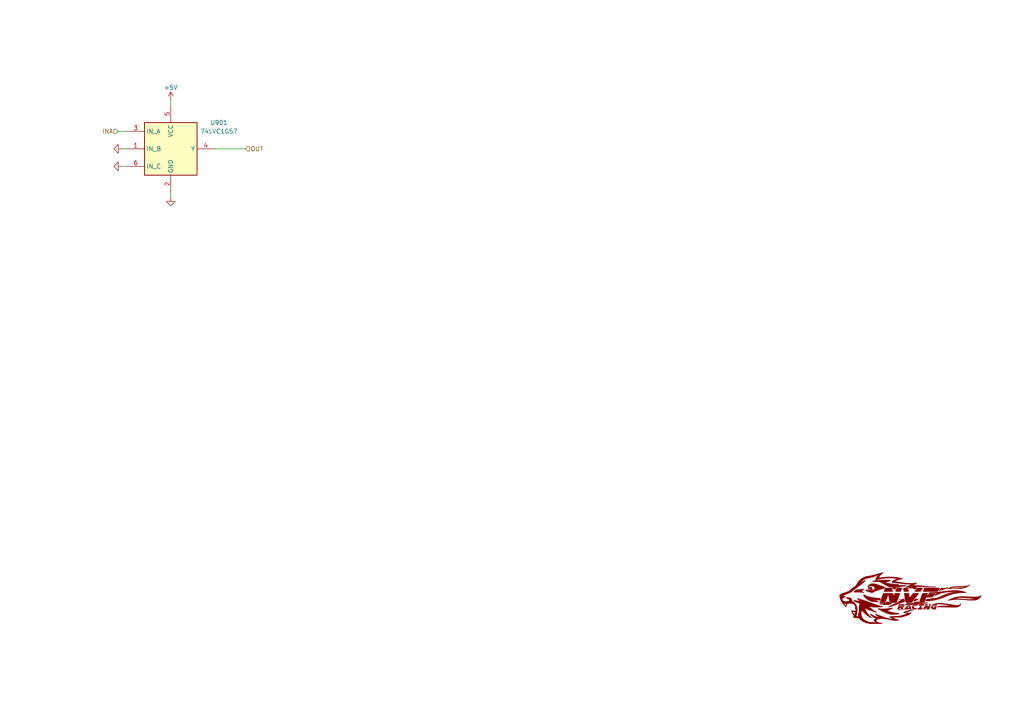
<source format=kicad_sch>
(kicad_sch (version 20230121) (generator eeschema)
  (paper "A4")
  (title_block (title "Dashboard Indicators") (date "2024-01-29") (rev "1"))
  (lib_symbols
    (symbol "NVF-Kicad:74LVC1G57"
      (property "Reference" "U" (at -5.08 10.16 0))
      (property "Value" "74LVC1G57" (at 7.62 -10.16 0))
      (symbol "74LVC1G57_1_1"
        (pin input line (at -12.7 0 0) (length 5.08) (name "IN_B") (number "1"))
        (pin power_in line (at 0 -12.7 90) (length 5.08) (name "GND") (number "2"))
        (pin input line (at -12.7 5.08 0) (length 5.08) (name "IN_A") (number "3"))
        (pin output line (at 12.7 0 180) (length 5.08) (name "Y") (number "4"))
        (pin power_in line (at 0 12.7 270) (length 5.08) (name "VCC") (number "5"))
        (pin input line (at -12.7 -5.08 0) (length 5.08) (name "IN_C") (number "6"))
      )
    )
    (symbol "NVF-Kicad:NVF-Logo" (pin_names (offset 1.016)))
    (symbol "power:+5V" (power) (pin_names (offset 0))
      (property "Value" "+5V" (at 0 3.556 0))
      (symbol "+5V_1_1"
        (pin power_in line (at 0 0 90) (length 0) hide (name "+5V") (number "1"))
      )
    )
    (symbol "power:GND" (power) (pin_names (offset 0))
      (property "Value" "GND" (at 0 -3.81 0))
      (symbol "GND_1_1"
        (pin power_in line (at 0 0 270) (length 0) hide (name "GND") (number "1"))
      )
    )
  )
  (wire (pts (xy 35.56 48.26) (xy 36.83 48.26)))
  (wire (pts (xy 35.56 43.18) (xy 36.83 43.18)))
  (wire (pts (xy 49.53 29.21) (xy 49.53 30.48)))
  (wire (pts (xy 62.23 43.18) (xy 71.12 43.18)))
  (wire (pts (xy 34.29 38.1) (xy 36.83 38.1)))
  (wire (pts (xy 49.53 55.88) (xy 49.53 57.15)))
  (hierarchical_label "OUT" (shape input) (at 71.12 43.18 0))
  (hierarchical_label "INA" (shape input) (at 34.29 38.1 180))
  (symbol (lib_id "power:GND") (at 35.56 43.18 270) (unit 1)
    (property "Reference" "#PWR0902" (effects hide))
    (property "Value" "GND" (effects hide))
    (instances (project "Dashboard-Indicators" (path "" (reference "#PWR0902") (unit 1)) (path "" (reference "#PWR01502") (unit 1)) (path "" (reference "#PWR01902") (unit 1))))
  )
  (symbol (lib_id "NVF-Kicad:NVF-Logo") (at 264.16 177.8 0) (unit 1)
    (property "Reference" "#G101" (effects hide))
    (property "Value" "LOGO" (effects hide))
    (instances (project "Dashboard-Indicators" (path "" (reference "#G101") (unit 1)) (path "" (reference "#G901") (unit 1)) (path "" (reference "#G1501") (unit 1)) (path "" (reference "#G1901") (unit 1))))
  )
  (symbol (lib_id "power:GND") (at 49.53 57.15 0) (unit 1)
    (property "Reference" "#PWR0902" (effects hide))
    (property "Value" "GND" (effects hide))
    (instances (project "Dashboard-Indicators" (path "" (reference "#PWR0904") (unit 1)) (path "" (reference "#PWR01504") (unit 1)) (path "" (reference "#PWR01904") (unit 1))))
  )
  (symbol (lib_id "power:+5V") (at 49.53 29.21 0) (unit 1)
    (property "Reference" "#PWR0901" (effects hide))
    (property "Value" "+5V" (at 49.53 25.4 0))
    (instances (project "Dashboard-Indicators" (path "" (reference "#PWR0901") (unit 1)) (path "" (reference "#PWR01501") (unit 1)) (path "" (reference "#PWR01901") (unit 1))))
  )
  (symbol (lib_id "NVF-Kicad:74LVC1G57") (at 49.53 43.18 0) (unit 1)
    (property "Reference" "U901" (at 63.5 35.56 0))
    (property "Value" "74LVC1G57" (at 63.5 38.1 0))
    (property "Footprint" "Package_TO_SOT_SMD:SOT-363_SC-70-6" (effects hide))
    (property "Datasheet" "http://www.ti.com/lit/sg/scyt129e/scyt129e.pdf" (effects hide))
    (instances (project "Dashboard-Indicators" (path "" (reference "U901") (unit 1)) (path "" (reference "U1501") (unit 1)) (path "" (reference "U1901") (unit 1))))
  )
  (symbol (lib_id "power:GND") (at 35.56 48.26 270) (unit 1)
    (property "Reference" "#PWR0902" (effects hide))
    (property "Value" "GND" (effects hide))
    (instances (project "Dashboard-Indicators" (path "" (reference "#PWR0903") (unit 1)) (path "" (reference "#PWR01503") (unit 1)) (path "" (reference "#PWR01903") (unit 1))))
  )
)
</source>
